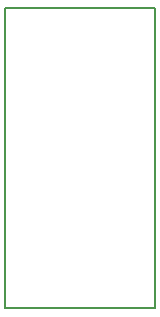
<source format=gm1>
G04*
G04 #@! TF.GenerationSoftware,Altium Limited,Altium Designer,21.7.1 (17)*
G04*
G04 Layer_Color=16711935*
%FSLAX25Y25*%
%MOIN*%
%SFA3.937B3.937*% 
G70*
G04*
G04 #@! TF.SameCoordinates,EAAEF115-C746-42B2-B974-C945C9191EC5*
G04*
G04*
G04 #@! TF.FilePolarity,Positive*
G04*
G01*
G75*
%ADD15C,0.00800*%
D15*
X0Y0D02*
X50000Y0D01*
X50000Y0D02*
X50000Y100000D01*
X50000Y100000D02*
X0Y100000D01*
X0Y100000D02*
X0Y0D01*
M02*
</source>
